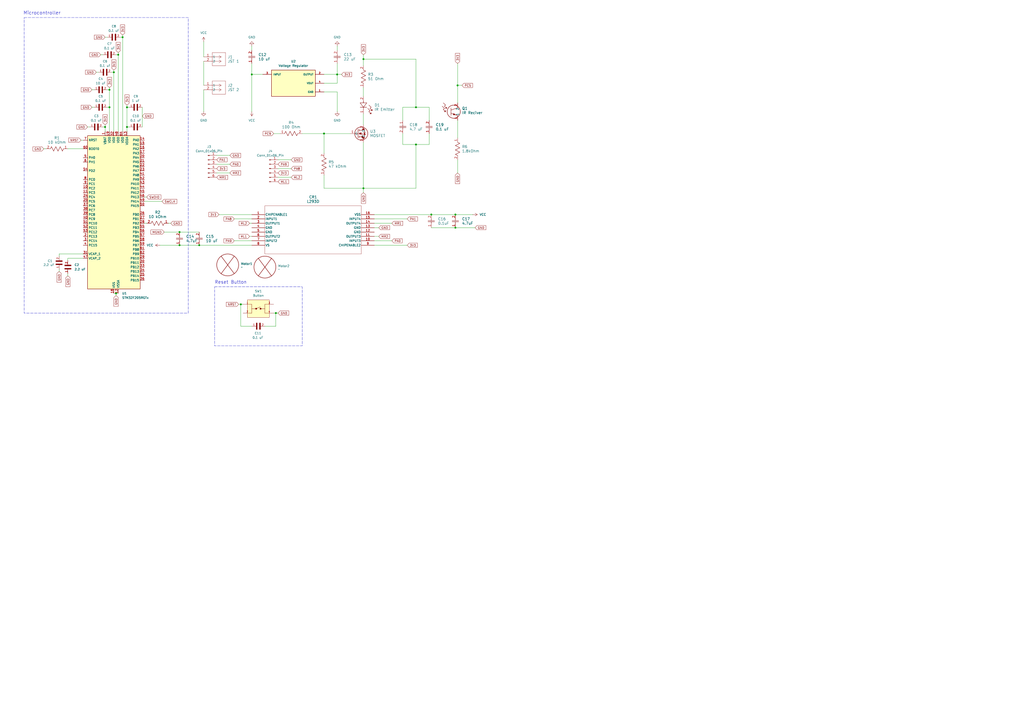
<source format=kicad_sch>
(kicad_sch (version 20231120) (generator "eeschema") (generator_version "8.0")
  (paper "A2")
  (lib_symbols
    (symbol "10uF_Capacitor_GRM188R61C106MAALD:GRM188R61C106MAALD" (pin_names (offset 1.016))
      (property "Reference" "C" (at 0 3.8109 0))
      (property "Value" "GRM188R61C106MAALD" (at 0 -5.0885 0))
      (symbol "GRM188R61C106MAALD_0_0"
        (pin passive line (at -2.54 0 0) (length 2.54) (name "~") (number "1"))
        (pin passive line (at 5.08 0 180) (length 2.54) (name "~") (number "2"))
      )
    )
    (symbol "51Ohm_Resistor:RK73B1JTTD510J" (pin_names (offset 0.254))
      (property "Reference" "R" (at 5.715 3.81 0))
      (property "Value" "RK73B1JTTD510J" (at 6.35 -3.81 0))
      (symbol "RK73B1JTTD510J_1_1"
        (pin unspecified line (at 0 0 0) (length 2.54) (name "") (number "1"))
        (pin unspecified line (at 12.7 0 180) (length 2.54) (name "") (number "2"))
      )
      (symbol "RK73B1JTTD510J_1_2"
        (pin unspecified line (at 0 12.7 270) (length 2.54) (name "") (number "1"))
        (pin unspecified line (at 0 0 90) (length 2.54) (name "") (number "2"))
      )
    )
    (symbol "Button_FSM4JSMA:FSM4JSMA" (pin_names (offset 1.016))
      (property "Reference" "SW" (at -7.6329 5.5975 0))
      (property "Value" "FSM4JSMA" (at -7.6341 -7.3796 0))
      (symbol "FSM4JSMA_0_0"
        (pin passive line (at -10.16 2.54 0) (length 5.08) (name "~") (number "1"))
        (pin passive line (at -10.16 -2.54 0) (length 5.08) (name "~") (number "2"))
        (pin passive line (at 7.62 2.54 180) (length 5.08) (name "~") (number "3"))
        (pin passive line (at 7.62 -2.54 180) (length 5.08) (name "~") (number "4"))
      )
    )
    (symbol "Capacitor 0.1uF:CL05B104KP5NNNC" (pin_names (offset 0.254))
      (property "Reference" "C" (at 3.81 3.81 0))
      (property "Value" "CL05B104KP5NNNC" (at 3.81 -3.81 0))
      (symbol "CL05B104KP5NNNC_1_1"
        (pin unspecified line (at 0 0 0) (length 2.54) (name "") (number "1"))
        (pin unspecified line (at 7.62 0 180) (length 2.54) (name "") (number "2"))
      )
    )
    (symbol "Capacitor 10 uF:GRM21BR61C106KE15L" (pin_names (offset 0.254))
      (property "Reference" "C" (at 3.81 3.81 0))
      (property "Value" "GRM21BR61C106KE15L" (at 3.81 -3.81 0))
      (symbol "GRM21BR61C106KE15L_1_1"
        (pin unspecified line (at 0 0 0) (length 2.54) (name "") (number "1"))
        (pin unspecified line (at 7.62 0 180) (length 2.54) (name "") (number "2"))
      )
      (symbol "GRM21BR61C106KE15L_1_2"
        (pin unspecified line (at 0 0 270) (length 2.54) (name "") (number "1"))
        (pin unspecified line (at 0 -7.62 90) (length 2.54) (name "") (number "2"))
      )
    )
    (symbol "Capacitor 22 uF:CL21A226KOQNNNE" (pin_names (offset 0.254))
      (property "Reference" "C" (at 3.81 3.81 0))
      (property "Value" "CL21A226KOQNNNE" (at 3.81 -3.81 0))
      (symbol "CL21A226KOQNNNE_1_1"
        (pin unspecified line (at 0 0 0) (length 2.54) (name "") (number "1"))
        (pin unspecified line (at 7.62 0 180) (length 2.54) (name "") (number "2"))
      )
      (symbol "CL21A226KOQNNNE_1_2"
        (pin unspecified line (at 0 0 270) (length 2.54) (name "") (number "1"))
        (pin unspecified line (at 0 -7.62 90) (length 2.54) (name "") (number "2"))
      )
    )
    (symbol "Capacitor 4.7uF:CL10A475KP8NNNC" (pin_names (offset 0.254))
      (property "Reference" "C" (at 3.81 3.81 0))
      (property "Value" "CL10A475KP8NNNC" (at 3.81 -3.81 0))
      (symbol "CL10A475KP8NNNC_1_1"
        (pin unspecified line (at 0 0 0) (length 2.54) (name "") (number "1"))
        (pin unspecified line (at 7.62 0 180) (length 2.54) (name "") (number "2"))
      )
    )
    (symbol "Connector:Conn_01x06_Pin" (pin_names (offset 1.016) hide)
      (property "Reference" "J" (at 0 7.62 0))
      (property "Value" "Conn_01x06_Pin" (at 0 -10.16 0))
      (symbol "Conn_01x06_Pin_1_1"
        (pin passive line (at 5.08 5.08 180) (length 3.81) (name "Pin_1") (number "1"))
        (pin passive line (at 5.08 2.54 180) (length 3.81) (name "Pin_2") (number "2"))
        (pin passive line (at 5.08 0 180) (length 3.81) (name "Pin_3") (number "3"))
        (pin passive line (at 5.08 -2.54 180) (length 3.81) (name "Pin_4") (number "4"))
        (pin passive line (at 5.08 -5.08 180) (length 3.81) (name "Pin_5") (number "5"))
        (pin passive line (at 5.08 -7.62 180) (length 3.81) (name "Pin_6") (number "6"))
      )
    )
    (symbol "H-Bridge:L293D" (pin_names (offset 0.254))
      (property "Reference" "CR" (at 35.56 10.16 0))
      (property "Value" "L293D" (at 35.56 7.62 0))
      (symbol "L293D_1_1"
        (pin output line (at 0 0 0) (length 7.62) (name "CHIPENABLE1") (number "1"))
        (pin input line (at 71.12 -15.24 180) (length 7.62) (name "INPUT3") (number "10"))
        (pin output line (at 71.12 -12.7 180) (length 7.62) (name "OUTPUT3") (number "11"))
        (pin power_out line (at 71.12 -10.16 180) (length 7.62) (name "GND") (number "12"))
        (pin power_out line (at 71.12 -7.62 180) (length 7.62) (name "GND") (number "13"))
        (pin output line (at 71.12 -5.08 180) (length 7.62) (name "OUTPUT4") (number "14"))
        (pin input line (at 71.12 -2.54 180) (length 7.62) (name "INPUT4") (number "15"))
        (pin power_in line (at 71.12 0 180) (length 7.62) (name "VSS") (number "16"))
        (pin input line (at 0 -2.54 0) (length 7.62) (name "INPUT1") (number "2"))
        (pin output line (at 0 -5.08 0) (length 7.62) (name "OUTPUT1") (number "3"))
        (pin power_out line (at 0 -7.62 0) (length 7.62) (name "GND") (number "4"))
        (pin power_out line (at 0 -10.16 0) (length 7.62) (name "GND") (number "5"))
        (pin output line (at 0 -12.7 0) (length 7.62) (name "OUTPUT2") (number "6"))
        (pin input line (at 0 -15.24 0) (length 7.62) (name "INPUT2") (number "7"))
        (pin power_in line (at 0 -17.78 0) (length 7.62) (name "VS") (number "8"))
        (pin output line (at 71.12 -17.78 180) (length 7.62) (name "CHIPENABLE2") (number "9"))
      )
    )
    (symbol "IR Emitter:INL-5AMIR15" (pin_names (offset 0.254))
      (property "Reference" "LED" (at 5.08 -4.445 0))
      (property "Value" "INL-5AMIR15" (at 5.08 -7.62 0))
      (symbol "INL-5AMIR15_1_1"
        (pin unspecified line (at 10.16 0 180) (length 2.54) (name "") (number "1"))
        (pin unspecified line (at 0 0 0) (length 2.54) (name "") (number "2"))
      )
      (symbol "INL-5AMIR15_1_2"
        (pin unspecified line (at 0 10.16 270) (length 2.54) (name "") (number "1"))
        (pin unspecified line (at 0 0 90) (length 2.54) (name "") (number "2"))
      )
    )
    (symbol "JST Connector:B2B-PH-K-S" (pin_names (offset 0.254))
      (property "Reference" "J" (at 8.89 6.35 0))
      (property "Value" "B2B-PH-K-S" (at 0 0 0))
      (symbol "B2B-PH-K-S_1_1"
        (pin unspecified line (at 0 0 0) (length 5.08) (name "1") (number "1"))
        (pin unspecified line (at 0 -2.54 0) (length 5.08) (name "2") (number "2"))
      )
      (symbol "B2B-PH-K-S_1_2"
        (pin unspecified line (at 0 0 0) (length 5.08) (name "1") (number "1"))
        (pin unspecified line (at 0 -2.54 0) (length 5.08) (name "2") (number "2"))
      )
    )
    (symbol "MCU_ST_STM32F2:STM32F205RGTx"
      (property "Reference" "U" (at -15.24 46.99 0))
      (property "Value" "STM32F205RGTx" (at 10.16 46.99 0))
      (symbol "STM32F205RGTx_1_1"
        (pin power_in line (at -5.08 48.26 270) (length 2.54) (name "VBAT") (number "1"))
        (pin bidirectional line (at -17.78 15.24 0) (length 2.54) (name "PC2") (number "10"))
        (pin bidirectional line (at -17.78 12.7 0) (length 2.54) (name "PC3") (number "11"))
        (pin power_in line (at 2.54 -45.72 90) (length 2.54) (name "VSSA") (number "12"))
        (pin power_in line (at 7.62 48.26 270) (length 2.54) (name "VDDA") (number "13"))
        (pin bidirectional line (at 17.78 43.18 180) (length 2.54) (name "PA0") (number "14"))
        (pin bidirectional line (at 17.78 40.64 180) (length 2.54) (name "PA1") (number "15"))
        (pin bidirectional line (at 17.78 38.1 180) (length 2.54) (name "PA2") (number "16"))
        (pin bidirectional line (at 17.78 35.56 180) (length 2.54) (name "PA3") (number "17"))
        (pin power_in line (at 0 -45.72 90) (length 2.54) (name "VSS") (number "18"))
        (pin power_in line (at -2.54 48.26 270) (length 2.54) (name "VDD") (number "19"))
        (pin bidirectional line (at -17.78 -12.7 0) (length 2.54) (name "PC13") (number "2"))
        (pin bidirectional line (at 17.78 33.02 180) (length 2.54) (name "PA4") (number "20"))
        (pin bidirectional line (at 17.78 30.48 180) (length 2.54) (name "PA5") (number "21"))
        (pin bidirectional line (at 17.78 27.94 180) (length 2.54) (name "PA6") (number "22"))
        (pin bidirectional line (at 17.78 25.4 180) (length 2.54) (name "PA7") (number "23"))
        (pin bidirectional line (at -17.78 10.16 0) (length 2.54) (name "PC4") (number "24"))
        (pin bidirectional line (at -17.78 7.62 0) (length 2.54) (name "PC5") (number "25"))
        (pin bidirectional line (at 17.78 0 180) (length 2.54) (name "PB0") (number "26"))
        (pin bidirectional line (at 17.78 -2.54 180) (length 2.54) (name "PB1") (number "27"))
        (pin bidirectional line (at 17.78 -5.08 180) (length 2.54) (name "PB2") (number "28"))
        (pin bidirectional line (at 17.78 -25.4 180) (length 2.54) (name "PB10") (number "29"))
        (pin bidirectional line (at -17.78 -15.24 0) (length 2.54) (name "PC14") (number "3"))
        (pin bidirectional line (at 17.78 -27.94 180) (length 2.54) (name "PB11") (number "30"))
        (pin power_out line (at -17.78 -22.86 0) (length 2.54) (name "VCAP_1") (number "31"))
        (pin power_in line (at 0 48.26 270) (length 2.54) (name "VDD") (number "32"))
        (pin bidirectional line (at 17.78 -30.48 180) (length 2.54) (name "PB12") (number "33"))
        (pin bidirectional line (at 17.78 -33.02 180) (length 2.54) (name "PB13") (number "34"))
        (pin bidirectional line (at 17.78 -35.56 180) (length 2.54) (name "PB14") (number "35"))
        (pin bidirectional line (at 17.78 -38.1 180) (length 2.54) (name "PB15") (number "36"))
        (pin bidirectional line (at -17.78 5.08 0) (length 2.54) (name "PC6") (number "37"))
        (pin bidirectional line (at -17.78 2.54 0) (length 2.54) (name "PC7") (number "38"))
        (pin bidirectional line (at -17.78 0 0) (length 2.54) (name "PC8") (number "39"))
        (pin bidirectional line (at -17.78 -17.78 0) (length 2.54) (name "PC15") (number "4"))
        (pin bidirectional line (at -17.78 -2.54 0) (length 2.54) (name "PC9") (number "40"))
        (pin bidirectional line (at 17.78 22.86 180) (length 2.54) (name "PA8") (number "41"))
        (pin bidirectional line (at 17.78 20.32 180) (length 2.54) (name "PA9") (number "42"))
        (pin bidirectional line (at 17.78 17.78 180) (length 2.54) (name "PA10") (number "43"))
        (pin bidirectional line (at 17.78 15.24 180) (length 2.54) (name "PA11") (number "44"))
        (pin bidirectional line (at 17.78 12.7 180) (length 2.54) (name "PA12") (number "45"))
        (pin bidirectional line (at 17.78 10.16 180) (length 2.54) (name "PA13") (number "46"))
        (pin power_out line (at -17.78 -25.4 0) (length 2.54) (name "VCAP_2") (number "47"))
        (pin power_in line (at 2.54 48.26 270) (length 2.54) (name "VDD") (number "48"))
        (pin bidirectional line (at 17.78 7.62 180) (length 2.54) (name "PA14") (number "49"))
        (pin bidirectional line (at -17.78 33.02 0) (length 2.54) (name "PH0") (number "5"))
        (pin bidirectional line (at 17.78 5.08 180) (length 2.54) (name "PA15") (number "50"))
        (pin bidirectional line (at -17.78 -5.08 0) (length 2.54) (name "PC10") (number "51"))
        (pin bidirectional line (at -17.78 -7.62 0) (length 2.54) (name "PC11") (number "52"))
        (pin bidirectional line (at -17.78 -10.16 0) (length 2.54) (name "PC12") (number "53"))
        (pin bidirectional line (at -17.78 25.4 0) (length 2.54) (name "PD2") (number "54"))
        (pin bidirectional line (at 17.78 -7.62 180) (length 2.54) (name "PB3") (number "55"))
        (pin bidirectional line (at 17.78 -10.16 180) (length 2.54) (name "PB4") (number "56"))
        (pin bidirectional line (at 17.78 -12.7 180) (length 2.54) (name "PB5") (number "57"))
        (pin bidirectional line (at 17.78 -15.24 180) (length 2.54) (name "PB6") (number "58"))
        (pin bidirectional line (at 17.78 -17.78 180) (length 2.54) (name "PB7") (number "59"))
        (pin bidirectional line (at -17.78 30.48 0) (length 2.54) (name "PH1") (number "6"))
        (pin input line (at -17.78 38.1 0) (length 2.54) (name "BOOT0") (number "60"))
        (pin bidirectional line (at 17.78 -20.32 180) (length 2.54) (name "PB8") (number "61"))
        (pin bidirectional line (at 17.78 -22.86 180) (length 2.54) (name "PB9") (number "62"))
        (pin passive line (at 0 -45.72 90) (length 2.54) hide (name "VSS") (number "63"))
        (pin power_in line (at 5.08 48.26 270) (length 2.54) (name "VDD") (number "64"))
        (pin input line (at -17.78 43.18 0) (length 2.54) (name "NRST") (number "7"))
        (pin bidirectional line (at -17.78 20.32 0) (length 2.54) (name "PC0") (number "8"))
        (pin bidirectional line (at -17.78 17.78 0) (length 2.54) (name "PC1") (number "9"))
      )
    )
    (symbol "MOSFET:BS170" (pin_names (offset 0.254))
      (property "Reference" "U" (at 11.43 1.905 0))
      (property "Value" "BS170" (at 11.43 -2.54 0))
      (symbol "BS170_0_1"
        (pin unspecified line (at 0 0 0) (length 2.54) (name "G") (number "1"))
        (pin unspecified line (at 7.62 5.08 270) (length 2.54) (name "D") (number "2"))
        (pin unspecified line (at 7.62 -5.08 90) (length 2.54) (name "S") (number "3"))
      )
    )
    (symbol "Motors:Pololu_Motor"
      (property "Reference" "Motor" (at 0 0 0))
    )
    (symbol "Phototransistor:SFH_313_FA-3_4" (pin_names (offset 0.254))
      (property "Reference" "Q" (at 2.54 -2.54 0))
      (property "Value" "SFH 313 FA-3/4" (at 2.54 -7.62 0))
      (symbol "SFH_313_FA-3_4_0_1"
        (pin unspecified line (at 0 -10.16 90) (length 2.54) (name "1") (number "1"))
        (pin unspecified line (at 0 0 270) (length 2.54) (name "2") (number "2"))
      )
    )
    (symbol "Resistor 1.8k Ohms:MRS16000C1801FCT00" (pin_names (offset 0.254))
      (property "Reference" "R" (at 5.715 3.81 0))
      (property "Value" "MRS16000C1801FCT00" (at 6.35 -3.81 0))
      (symbol "MRS16000C1801FCT00_1_1"
        (pin unspecified line (at 12.7 0 180) (length 2.54) (name "") (number "1"))
        (pin unspecified line (at 0 0 0) (length 2.54) (name "") (number "2"))
      )
      (symbol "MRS16000C1801FCT00_1_2"
        (pin unspecified line (at 0 12.7 270) (length 2.54) (name "") (number "1"))
        (pin unspecified line (at 0 0 90) (length 2.54) (name "") (number "2"))
      )
    )
    (symbol "Resistor 100 Ohms:MRS16000C4702FCT00" (pin_names (offset 0.254))
      (property "Reference" "R" (at 5.715 3.81 0))
      (property "Value" "MRS16000C4702FCT00" (at 6.35 -3.81 0))
      (symbol "MRS16000C4702FCT00_1_1"
        (pin unspecified line (at 12.7 0 180) (length 2.54) (name "") (number "1"))
        (pin unspecified line (at 0 0 0) (length 2.54) (name "") (number "2"))
      )
      (symbol "MRS16000C4702FCT00_1_2"
        (pin unspecified line (at 0 12.7 270) (length 2.54) (name "") (number "1"))
        (pin unspecified line (at 0 0 90) (length 2.54) (name "") (number "2"))
      )
    )
    (symbol "Resistor 47K ohms:MRS16000C4702FCT00" (pin_names (offset 0.254))
      (property "Reference" "R" (at 5.715 3.81 0))
      (property "Value" "MRS16000C4702FCT00" (at 6.35 -3.81 0))
      (symbol "MRS16000C4702FCT00_1_1"
        (pin unspecified line (at 12.7 0 180) (length 2.54) (name "") (number "1"))
        (pin unspecified line (at 0 0 0) (length 2.54) (name "") (number "2"))
      )
      (symbol "MRS16000C4702FCT00_1_2"
        (pin unspecified line (at 0 12.7 270) (length 2.54) (name "") (number "1"))
        (pin unspecified line (at 0 0 90) (length 2.54) (name "") (number "2"))
      )
    )
    (symbol "Resistor 51 Ohms:CMF5051R000FKEA" (pin_names (offset 0.254))
      (property "Reference" "R" (at 5.715 3.81 0))
      (property "Value" "CMF5051R000FKEA" (at 6.35 -3.81 0))
      (symbol "CMF5051R000FKEA_1_1"
        (pin unspecified line (at 0 0 0) (length 2.54) (name "") (number "1"))
        (pin unspecified line (at 12.7 0 180) (length 2.54) (name "") (number "2"))
      )
      (symbol "CMF5051R000FKEA_1_2"
        (pin unspecified line (at 0 12.7 270) (length 2.54) (name "") (number "1"))
        (pin unspecified line (at 0 0 90) (length 2.54) (name "") (number "2"))
      )
    )
    (symbol "Voltage_Regulator_AZ1117IH-3.3TRG1:AZ1117IH-3.3TRG1" (pin_names (offset 1.016))
      (property "Reference" "U" (at -12.7 8.128 0))
      (property "Value" "AZ1117IH-3.3TRG1" (at -12.7 -10.16 0))
      (symbol "AZ1117IH-3.3TRG1_0_0"
        (pin power_in line (at 17.78 -5.08 180) (length 5.08) (name "GND") (number "1"))
        (pin output line (at 17.78 5.08 180) (length 5.08) (name "OUTPUT") (number "2"))
        (pin input line (at -17.78 5.08 0) (length 5.08) (name "INPUT") (number "3"))
        (pin output line (at 17.78 0 180) (length 5.08) (name "VOUT") (number "4"))
      )
    )
    (symbol "power:GND" (power) (pin_numbers hide) (pin_names (offset 0) hide)
      (property "Value" "GND" (at 0 -3.81 0))
      (symbol "GND_1_1"
        (pin power_in line (at 0 0 270) (length 0) (name "~") (number "1"))
      )
    )
    (symbol "power:VCC" (power) (pin_numbers hide) (pin_names (offset 0) hide)
      (property "Value" "VCC" (at 0 3.556 0))
      (symbol "VCC_1_1"
        (pin power_in line (at 0 0 90) (length 0) (name "~") (number "1"))
      )
    )
  )
  (junction (at 264.16 124.46))
  (junction (at 210.82 34.29))
  (junction (at 195.58 43.18))
  (junction (at 241.3 62.23))
  (junction (at 67.31 170.18))
  (junction (at 104.14 134.62))
  (junction (at 241.3 83.82))
  (junction (at 66.04 41.91))
  (junction (at 71.12 21.59))
  (junction (at 73.66 62.23))
  (junction (at 250.19 124.46))
  (junction (at 104.14 142.24))
  (junction (at 63.5 62.23))
  (junction (at 139.7 176.53))
  (junction (at 73.66 73.66))
  (junction (at 265.43 49.53))
  (junction (at 146.05 43.18))
  (junction (at 68.58 31.75))
  (junction (at 160.02 181.61))
  (junction (at 115.57 142.24))
  (junction (at 264.16 132.08))
  (junction (at 187.96 77.47))
  (junction (at 60.96 73.66))
  (junction (at 63.5 52.07))
  (junction (at 210.82 109.22))
  (wire (pts (xy 248.92 77.47) (xy 248.92 83.82)))
  (wire (pts (xy 46.99 81.28) (xy 48.26 81.28)))
  (wire (pts (xy 146.05 36.83) (xy 146.05 43.18)))
  (wire (pts (xy 195.58 26.67) (xy 195.58 29.21)))
  (wire (pts (xy 63.5 52.07) (xy 63.5 62.23)))
  (wire (pts (xy 71.12 20.32) (xy 71.12 21.59)))
  (wire (pts (xy 25.4 86.36) (xy 26.67 86.36)))
  (wire (pts (xy 219.71 137.16) (xy 217.17 137.16)))
  (wire (pts (xy 265.43 69.85) (xy 265.43 80.01)))
  (wire (pts (xy 95.25 134.62) (xy 104.14 134.62)))
  (wire (pts (xy 195.58 64.77) (xy 195.58 53.34)))
  (wire (pts (xy 195.58 43.18) (xy 195.58 48.26)))
  (wire (pts (xy 104.14 142.24) (xy 115.57 142.24)))
  (wire (pts (xy 127 124.46) (xy 146.05 124.46)))
  (wire (pts (xy 195.58 53.34) (xy 187.96 53.34)))
  (wire (pts (xy 233.68 77.47) (xy 233.68 83.82)))
  (wire (pts (xy 62.23 52.07) (xy 63.5 52.07)))
  (wire (pts (xy 39.37 86.36) (xy 48.26 86.36)))
  (wire (pts (xy 139.7 189.23) (xy 146.05 189.23)))
  (wire (pts (xy 133.35 90.17) (xy 125.73 90.17)))
  (wire (pts (xy 264.16 132.08) (xy 275.59 132.08)))
  (wire (pts (xy 158.75 77.47) (xy 162.56 77.47)))
  (wire (pts (xy 68.58 30.48) (xy 68.58 31.75)))
  (wire (pts (xy 118.11 64.77) (xy 118.11 52.07)))
  (wire (pts (xy 139.7 176.53) (xy 139.7 189.23)))
  (wire (pts (xy 210.82 55.88) (xy 210.82 50.8)))
  (wire (pts (xy 60.96 73.66) (xy 60.96 76.2)))
  (wire (pts (xy 160.02 181.61) (xy 158.75 181.61)))
  (wire (pts (xy 34.29 147.32) (xy 34.29 148.59)))
  (wire (pts (xy 227.33 139.7) (xy 217.17 139.7)))
  (wire (pts (xy 138.43 176.53) (xy 139.7 176.53)))
  (wire (pts (xy 83.82 129.54) (xy 85.09 129.54)))
  (wire (pts (xy 248.92 62.23) (xy 241.3 62.23)))
  (wire (pts (xy 69.85 21.59) (xy 71.12 21.59)))
  (wire (pts (xy 118.11 35.56) (xy 118.11 49.53)))
  (wire (pts (xy 115.57 142.24) (xy 146.05 142.24)))
  (wire (pts (xy 168.91 102.87) (xy 161.29 102.87)))
  (wire (pts (xy 265.43 36.83) (xy 265.43 49.53)))
  (wire (pts (xy 73.66 62.23) (xy 74.93 62.23)))
  (wire (pts (xy 187.96 77.47) (xy 187.96 88.9)))
  (wire (pts (xy 227.33 129.54) (xy 217.17 129.54)))
  (wire (pts (xy 195.58 36.83) (xy 195.58 43.18)))
  (wire (pts (xy 53.34 62.23) (xy 54.61 62.23)))
  (wire (pts (xy 135.89 127) (xy 146.05 127)))
  (wire (pts (xy 265.43 49.53) (xy 265.43 59.69)))
  (wire (pts (xy 39.37 158.75) (xy 39.37 160.02)))
  (wire (pts (xy 233.68 62.23) (xy 233.68 69.85)))
  (wire (pts (xy 68.58 31.75) (xy 68.58 76.2)))
  (wire (pts (xy 160.02 189.23) (xy 160.02 181.61)))
  (wire (pts (xy 210.82 34.29) (xy 210.82 38.1)))
  (wire (pts (xy 146.05 29.21) (xy 146.05 26.67)))
  (wire (pts (xy 144.78 137.16) (xy 146.05 137.16)))
  (wire (pts (xy 92.71 142.24) (xy 104.14 142.24)))
  (wire (pts (xy 144.78 129.54) (xy 146.05 129.54)))
  (wire (pts (xy 265.43 92.71) (xy 265.43 100.33)))
  (wire (pts (xy 153.67 189.23) (xy 160.02 189.23)))
  (wire (pts (xy 210.82 111.76) (xy 210.82 109.22)))
  (wire (pts (xy 73.66 62.23) (xy 73.66 73.66)))
  (wire (pts (xy 83.82 116.84) (xy 93.98 116.84)))
  (wire (pts (xy 250.19 124.46) (xy 264.16 124.46)))
  (wire (pts (xy 118.11 24.13) (xy 118.11 33.02)))
  (wire (pts (xy 241.3 83.82) (xy 241.3 109.22)))
  (wire (pts (xy 264.16 124.46) (xy 274.32 124.46)))
  (wire (pts (xy 67.31 170.18) (xy 67.31 171.45)))
  (wire (pts (xy 60.96 21.59) (xy 62.23 21.59)))
  (wire (pts (xy 104.14 134.62) (xy 115.57 134.62)))
  (wire (pts (xy 63.5 50.8) (xy 63.5 52.07)))
  (wire (pts (xy 195.58 48.26) (xy 187.96 48.26)))
  (wire (pts (xy 64.77 41.91) (xy 66.04 41.91)))
  (wire (pts (xy 146.05 43.18) (xy 152.4 43.18)))
  (wire (pts (xy 210.82 82.55) (xy 210.82 109.22)))
  (wire (pts (xy 241.3 62.23) (xy 233.68 62.23)))
  (wire (pts (xy 210.82 31.75) (xy 210.82 34.29)))
  (wire (pts (xy 133.35 100.33) (xy 125.73 100.33)))
  (wire (pts (xy 241.3 62.23) (xy 241.3 34.29)))
  (wire (pts (xy 97.79 129.54) (xy 99.06 129.54)))
  (wire (pts (xy 265.43 49.53) (xy 267.97 49.53)))
  (wire (pts (xy 236.22 142.24) (xy 217.17 142.24)))
  (wire (pts (xy 210.82 66.04) (xy 210.82 72.39)))
  (wire (pts (xy 187.96 43.18) (xy 195.58 43.18)))
  (wire (pts (xy 146.05 43.18) (xy 146.05 64.77)))
  (wire (pts (xy 241.3 34.29) (xy 210.82 34.29)))
  (wire (pts (xy 60.96 72.39) (xy 60.96 73.66)))
  (wire (pts (xy 55.88 41.91) (xy 57.15 41.91)))
  (wire (pts (xy 62.23 62.23) (xy 63.5 62.23)))
  (wire (pts (xy 135.89 139.7) (xy 146.05 139.7)))
  (wire (pts (xy 66.04 170.18) (xy 67.31 170.18)))
  (wire (pts (xy 168.91 92.71) (xy 161.29 92.71)))
  (wire (pts (xy 53.34 52.07) (xy 54.61 52.07)))
  (wire (pts (xy 71.12 21.59) (xy 71.12 76.2)))
  (wire (pts (xy 82.55 62.23) (xy 82.55 73.66)))
  (wire (pts (xy 133.35 95.25) (xy 125.73 95.25)))
  (wire (pts (xy 39.37 149.86) (xy 39.37 151.13)))
  (wire (pts (xy 250.19 132.08) (xy 264.16 132.08)))
  (wire (pts (xy 233.68 83.82) (xy 241.3 83.82)))
  (wire (pts (xy 187.96 77.47) (xy 203.2 77.47)))
  (wire (pts (xy 59.69 73.66) (xy 60.96 73.66)))
  (wire (pts (xy 187.96 109.22) (xy 210.82 109.22)))
  (wire (pts (xy 139.7 176.53) (xy 140.97 176.53)))
  (wire (pts (xy 67.31 31.75) (xy 68.58 31.75)))
  (wire (pts (xy 248.92 69.85) (xy 248.92 62.23)))
  (wire (pts (xy 83.82 114.3) (xy 85.09 114.3)))
  (wire (pts (xy 168.91 97.79) (xy 161.29 97.79)))
  (wire (pts (xy 63.5 62.23) (xy 63.5 76.2)))
  (wire (pts (xy 58.42 31.75) (xy 59.69 31.75)))
  (wire (pts (xy 73.66 73.66) (xy 74.93 73.66)))
  (wire (pts (xy 210.82 109.22) (xy 241.3 109.22)))
  (wire (pts (xy 217.17 124.46) (xy 250.19 124.46)))
  (wire (pts (xy 50.8 73.66) (xy 52.07 73.66)))
  (wire (pts (xy 48.26 147.32) (xy 34.29 147.32)))
  (wire (pts (xy 175.26 77.47) (xy 187.96 77.47)))
  (wire (pts (xy 66.04 40.64) (xy 66.04 41.91)))
  (wire (pts (xy 160.02 181.61) (xy 161.29 181.61)))
  (wire (pts (xy 198.12 43.18) (xy 195.58 43.18)))
  (wire (pts (xy 187.96 101.6) (xy 187.96 109.22)))
  (wire (pts (xy 34.29 156.21) (xy 34.29 157.48)))
  (wire (pts (xy 73.66 60.96) (xy 73.66 62.23)))
  (wire (pts (xy 67.31 170.18) (xy 68.58 170.18)))
  (wire (pts (xy 241.3 83.82) (xy 248.92 83.82)))
  (wire (pts (xy 236.22 127) (xy 217.17 127)))
  (wire (pts (xy 219.71 132.08) (xy 217.17 132.08)))
  (wire (pts (xy 48.26 149.86) (xy 39.37 149.86)))
  (wire (pts (xy 66.04 41.91) (xy 66.04 76.2)))
  (wire (pts (xy 73.66 73.66) (xy 73.66 76.2)))
  (rectangle (start 124.46 166.37) (end 175.26 200.66) (stroke (width 0) (type dash)))
  (rectangle (start 13.97 10.16) (end 109.22 181.61) (stroke (width 0) (type dash)))
  (text "Reset Button\n" (at 133.858 163.83 0) (effects (font (size 1.905 1.905))))
  (text "Microcontroller\n" (at 24.384 7.62 0) (effects (font (size 1.905 1.905))))
  (global_label "MGND" (shape input) (at 95.25 134.62 180) (property "Intersheetrefs" "${INTERSHEET_REFS}" (effects (hide yes))))
  (global_label "3V3" (shape input) (at 73.66 60.96 90) (property "Intersheetrefs" "${INTERSHEET_REFS}" (effects (hide yes))))
  (global_label "GND" (shape input) (at 265.43 100.33 270) (property "Intersheetrefs" "${INTERSHEET_REFS}" (effects (hide yes))))
  (global_label "PA0" (shape input) (at 133.35 95.25 0) (property "Intersheetrefs" "${INTERSHEET_REFS}" (effects (hide yes))))
  (global_label "PA0" (shape input) (at 227.33 139.7 0) (property "Intersheetrefs" "${INTERSHEET_REFS}" (effects (hide yes))))
  (global_label "NRST" (shape input) (at 46.99 81.28 180) (property "Intersheetrefs" "${INTERSHEET_REFS}" (effects (hide yes))))
  (global_label "PA9" (shape input) (at 161.29 95.25 0) (property "Intersheetrefs" "${INTERSHEET_REFS}" (effects (hide yes))))
  (global_label "MR2" (shape input) (at 219.71 137.16 0) (property "Intersheetrefs" "${INTERSHEET_REFS}" (effects (hide yes))))
  (global_label "GND" (shape input) (at 55.88 41.91 180) (property "Intersheetrefs" "${INTERSHEET_REFS}" (effects (hide yes))))
  (global_label "GND" (shape input) (at 275.59 132.08 0) (property "Intersheetrefs" "${INTERSHEET_REFS}" (effects (hide yes))))
  (global_label "PA8" (shape input) (at 135.89 127 180) (property "Intersheetrefs" "${INTERSHEET_REFS}" (effects (hide yes))))
  (global_label "GND" (shape input) (at 161.29 181.61 0) (property "Intersheetrefs" "${INTERSHEET_REFS}" (effects (hide yes))))
  (global_label "3V3" (shape input) (at 68.58 30.48 90) (property "Intersheetrefs" "${INTERSHEET_REFS}" (effects (hide yes))))
  (global_label "3V3" (shape input) (at 265.43 36.83 90) (property "Intersheetrefs" "${INTERSHEET_REFS}" (effects (hide yes))))
  (global_label "GND" (shape input) (at 60.96 21.59 180) (property "Intersheetrefs" "${INTERSHEET_REFS}" (effects (hide yes))))
  (global_label "3V3" (shape input) (at 210.82 31.75 90) (property "Intersheetrefs" "${INTERSHEET_REFS}" (effects (hide yes))))
  (global_label "PA1" (shape input) (at 125.73 92.71 0) (property "Intersheetrefs" "${INTERSHEET_REFS}" (effects (hide yes))))
  (global_label "3V3" (shape input) (at 60.96 72.39 90) (property "Intersheetrefs" "${INTERSHEET_REFS}" (effects (hide yes))))
  (global_label "ML1" (shape input) (at 144.78 137.16 180) (property "Intersheetrefs" "${INTERSHEET_REFS}" (effects (hide yes))))
  (global_label "GND" (shape input) (at 58.42 31.75 180) (property "Intersheetrefs" "${INTERSHEET_REFS}" (effects (hide yes))))
  (global_label "3V3" (shape input) (at 66.04 40.64 90) (property "Intersheetrefs" "${INTERSHEET_REFS}" (effects (hide yes))))
  (global_label "ML2" (shape input) (at 144.78 129.54 180) (property "Intersheetrefs" "${INTERSHEET_REFS}" (effects (hide yes))))
  (global_label "3V3" (shape input) (at 127 124.46 180) (property "Intersheetrefs" "${INTERSHEET_REFS}" (effects (hide yes))))
  (global_label "MR1" (shape input) (at 227.33 129.54 0) (property "Intersheetrefs" "${INTERSHEET_REFS}" (effects (hide yes))))
  (global_label "GND" (shape input) (at 219.71 132.08 0) (property "Intersheetrefs" "${INTERSHEET_REFS}" (effects (hide yes))))
  (global_label "GND" (shape input) (at 67.31 171.45 270) (property "Intersheetrefs" "${INTERSHEET_REFS}" (effects (hide yes))))
  (global_label "GND" (shape input) (at 34.29 157.48 270) (property "Intersheetrefs" "${INTERSHEET_REFS}" (effects (hide yes))))
  (global_label "SWCLK" (shape input) (at 93.98 116.84 0) (property "Intersheetrefs" "${INTERSHEET_REFS}" (effects (hide yes))))
  (global_label "GND" (shape input) (at 53.34 62.23 180) (property "Intersheetrefs" "${INTERSHEET_REFS}" (effects (hide yes))))
  (global_label "MR2" (shape input) (at 133.35 100.33 0) (property "Intersheetrefs" "${INTERSHEET_REFS}" (effects (hide yes))))
  (global_label "PC9" (shape input) (at 158.75 77.47 180) (property "Intersheetrefs" "${INTERSHEET_REFS}" (effects (hide yes))))
  (global_label "MR1" (shape input) (at 125.73 102.87 0) (property "Intersheetrefs" "${INTERSHEET_REFS}" (effects (hide yes))))
  (global_label "PA8" (shape input) (at 168.91 97.79 0) (property "Intersheetrefs" "${INTERSHEET_REFS}" (effects (hide yes))))
  (global_label "3V3" (shape input) (at 161.29 100.33 0) (property "Intersheetrefs" "${INTERSHEET_REFS}" (effects (hide yes))))
  (global_label "ML2" (shape input) (at 168.91 102.87 0) (property "Intersheetrefs" "${INTERSHEET_REFS}" (effects (hide yes))))
  (global_label "3V3" (shape input) (at 63.5 50.8 90) (property "Intersheetrefs" "${INTERSHEET_REFS}" (effects (hide yes))))
  (global_label "GND" (shape input) (at 39.37 160.02 270) (property "Intersheetrefs" "${INTERSHEET_REFS}" (effects (hide yes))))
  (global_label "GND" (shape input) (at 99.06 129.54 0) (property "Intersheetrefs" "${INTERSHEET_REFS}" (effects (hide yes))))
  (global_label "3V3" (shape input) (at 125.73 97.79 0) (property "Intersheetrefs" "${INTERSHEET_REFS}" (effects (hide yes))))
  (global_label "GND" (shape input) (at 210.82 111.76 270) (property "Intersheetrefs" "${INTERSHEET_REFS}" (effects (hide yes))))
  (global_label "PC5" (shape input) (at 267.97 49.53 0) (property "Intersheetrefs" "${INTERSHEET_REFS}" (effects (hide yes))))
  (global_label "GND" (shape input) (at 168.91 92.71 0) (property "Intersheetrefs" "${INTERSHEET_REFS}" (effects (hide yes))))
  (global_label "NRST" (shape input) (at 138.43 176.53 180) (property "Intersheetrefs" "${INTERSHEET_REFS}" (effects (hide yes))))
  (global_label "GND" (shape input) (at 53.34 52.07 180) (property "Intersheetrefs" "${INTERSHEET_REFS}" (effects (hide yes))))
  (global_label "PA9" (shape input) (at 135.89 139.7 180) (property "Intersheetrefs" "${INTERSHEET_REFS}" (effects (hide yes))))
  (global_label "3V3" (shape input) (at 71.12 20.32 90) (property "Intersheetrefs" "${INTERSHEET_REFS}" (effects (hide yes))))
  (global_label "GND" (shape input) (at 133.35 90.17 0) (property "Intersheetrefs" "${INTERSHEET_REFS}" (effects (hide yes))))
  (global_label "GND" (shape input) (at 82.55 67.31 0) (property "Intersheetrefs" "${INTERSHEET_REFS}" (effects (hide yes))))
  (global_label "GND" (shape input) (at 25.4 86.36 180) (property "Intersheetrefs" "${INTERSHEET_REFS}" (effects (hide yes))))
  (global_label "ML1" (shape input) (at 161.29 105.41 0) (property "Intersheetrefs" "${INTERSHEET_REFS}" (effects (hide yes))))
  (global_label "3V3" (shape input) (at 198.12 43.18 0) (property "Intersheetrefs" "${INTERSHEET_REFS}" (effects (hide yes))))
  (global_label "GND" (shape input) (at 50.8 73.66 180) (property "Intersheetrefs" "${INTERSHEET_REFS}" (effects (hide yes))))
  (global_label "PA1" (shape input) (at 236.22 127 0) (property "Intersheetrefs" "${INTERSHEET_REFS}" (effects (hide yes))))
  (global_label "3V3" (shape input) (at 236.22 142.24 0) (property "Intersheetrefs" "${INTERSHEET_REFS}" (effects (hide yes))))
  (global_label "SWDIO" (shape input) (at 85.09 114.3 0) (property "Intersheetrefs" "${INTERSHEET_REFS}" (effects (hide yes))))
  (symbol (lib_id "10uF_Capacitor_GRM188R61C106MAALD:GRM188R61C106MAALD") (at 57.15 62.23 0) (unit 1)
    (property "Reference" "C5" (at 58.42 55.88 0))
    (property "Value" "0.1 uF" (at 58.42 58.42 0))
    (property "Footprint" "Capacitor 0.1uF:CAP_CL05_SAM" (effects (hide yes)))
  )
  (symbol (lib_id "10uF_Capacitor_GRM188R61C106MAALD:GRM188R61C106MAALD") (at 57.15 52.07 0) (unit 1)
    (property "Reference" "C4" (at 58.42 45.72 0))
    (property "Value" "10 uF" (at 58.42 48.26 0))
    (property "Footprint" "Capacitor 10uF:G-21_MUR" (effects (hide yes)))
  )
  (symbol (lib_id "Capacitor 10 uF:GRM21BR61C106KE15L") (at 146.05 36.83 90) (unit 1)
    (property "Reference" "C12" (at 149.86 31.7499 90) (effects (font (size 1.524 1.524)) (justify right)))
    (property "Value" "10 uF" (at 149.86 34.2899 90) (effects (font (size 1.524 1.524)) (justify right)))
    (property "Footprint" "Capacitor 10uF:G-21_MUR" (effects (hide yes)))
    (property "Datasheet" "GRM21BR61C106KE15L" (effects (hide yes)))
  )
  (symbol (lib_id "Resistor 1.8k Ohms:MRS16000C1801FCT00") (at 265.43 92.71 90) (unit 1)
    (property "Reference" "R6" (at 267.97 85.0899 90) (effects (font (size 1.524 1.524)) (justify right)))
    (property "Value" "1.8kOhm" (at 267.97 87.6299 90) (effects (font (size 1.524 1.524)) (justify right)))
    (property "Footprint" "Resistor 1.8k:RES_MRS16_VIS" (effects (hide yes)))
    (property "Datasheet" "MRS16000C1801FCT00" (effects (hide yes)))
  )
  (symbol (lib_id "JST Connector:B2B-PH-K-S") (at 118.11 33.02 0) (unit 1)
    (property "Reference" "J1" (at 132.08 33.0199 0) (effects (font (size 1.524 1.524)) (justify left)))
    (property "Value" "JST 1" (at 132.08 35.5599 0) (effects (font (size 1.524 1.524)) (justify left)))
    (property "Footprint" "JST Connector:CONN2_B2B-PH-K-S_JST" (effects (hide yes)))
    (property "Datasheet" "B2B-PH-K-S" (effects (hide yes)))
  )
  (symbol (lib_id "Resistor 100 Ohms:MRS16000C4702FCT00") (at 175.26 77.47 180) (unit 1)
    (property "Reference" "R4" (at 168.91 71.12 0) (effects (font (size 1.524 1.524))))
    (property "Value" "100 Ohm" (at 168.91 73.66 0) (effects (font (size 1.524 1.524))))
    (property "Footprint" "Resistor 100 Ohms:RES_MRS16_VIS" (effects (hide yes)))
    (property "Datasheet" "MRS16000C4702FCT00" (effects (hide yes)))
  )
  (symbol (lib_id "Capacitor 0.1uF:CL05B104KP5NNNC") (at 248.92 77.47 90) (unit 1)
    (property "Reference" "C19" (at 252.73 72.3899 90) (effects (font (size 1.524 1.524)) (justify right)))
    (property "Value" "0.1 uF" (at 252.73 74.9299 90) (effects (font (size 1.524 1.524)) (justify right)))
    (property "Footprint" "Capacitor 0.1uF:CAP_CL05_SAM" (effects (hide yes)))
    (property "Datasheet" "CL05B104KP5NNNC" (effects (hide yes)))
  )
  (symbol (lib_id "Motors:Pololu_Motor") (at 153.67 162.56 0) (unit 1)
    (property "Reference" "Motor2" (at 161.29 154.3049 0) (effects (justify left)))
    (property "Value" "~" (at 161.29 156.21 0) (effects (justify left)))
    (property "Footprint" "Motors:Vybronics_VZ30C1T8219732L" (effects (hide yes)))
  )
  (symbol (lib_id "Capacitor 4.7uF:CL10A475KP8NNNC") (at 264.16 132.08 90) (unit 1)
    (property "Reference" "C17" (at 267.97 126.9999 90) (effects (font (size 1.524 1.524)) (justify right)))
    (property "Value" "4.7uF" (at 267.97 129.5399 90) (effects (font (size 1.524 1.524)) (justify right)))
    (property "Footprint" "Capacitor 4.7uF:CAP_CL05_SAM" (effects (hide yes)))
    (property "Datasheet" "CL10A475KP8NNNC" (effects (hide yes)))
  )
  (symbol (lib_id "Resistor 47K ohms:MRS16000C4702FCT00") (at 187.96 88.9 270) (unit 1)
    (property "Reference" "R5" (at 190.5 93.9799 90) (effects (font (size 1.524 1.524)) (justify left)))
    (property "Value" "47 kOhm" (at 190.5 96.5199 90) (effects (font (size 1.524 1.524)) (justify left)))
    (property "Footprint" "Resistor 47K ohms:RES_MRS16_VIS" (effects (hide yes)))
    (property "Datasheet" "MRS16000C4702FCT00" (effects (hide yes)))
  )
  (symbol (lib_id "H-Bridge:L293D") (at 146.05 124.46 0) (unit 1)
    (property "Reference" "CR1" (at 181.61 114.3 0) (effects (font (size 1.524 1.524))))
    (property "Value" "L293D" (at 181.61 116.84 0) (effects (font (size 1.524 1.524))))
    (property "Footprint" "H-Bridge:PowerDIP-16_STM" (effects (hide yes)))
    (property "Datasheet" "L293D" (effects (hide yes)))
  )
  (symbol (lib_id "Connector:Conn_01x06_Pin") (at 120.65 95.25 0) (unit 1)
    (property "Reference" "J3" (at 121.285 85.09 0))
    (property "Value" "Conn_01x06_Pin" (at 121.285 87.63 0))
    (property "Footprint" "Connector_PinHeader_2.54mm:PinHeader_1x06_P2.54mm_Vertical" (effects (hide yes)))
    (property "Description" "Generic connector, single row, 01x06, script generated" (effects (hide yes)))
  )
  (symbol (lib_id "Capacitor 10 uF:GRM21BR61C106KE15L") (at 115.57 142.24 90) (unit 1)
    (property "Reference" "C15" (at 119.38 137.1599 90) (effects (font (size 1.524 1.524)) (justify right)))
    (property "Value" "10 uF" (at 119.38 139.6999 90) (effects (font (size 1.524 1.524)) (justify right)))
    (property "Footprint" "Capacitor 10uF:G-21_MUR" (effects (hide yes)))
    (property "Datasheet" "GRM21BR61C106KE15L" (effects (hide yes)))
  )
  (symbol (lib_id "51Ohm_Resistor:RK73B1JTTD510J") (at 39.37 86.36 180) (unit 1)
    (property "Reference" "R1" (at 33.02 80.01 0) (effects (font (size 1.524 1.524))))
    (property "Value" "10 kOhm" (at 33.02 82.55 0) (effects (font (size 1.524 1.524))))
    (property "Footprint" "Resistor 10k:RESC0603X26N" (effects (hide yes)))
    (property "Datasheet" "RK73B1JTTD510J" (effects (hide yes)))
  )
  (symbol (lib_id "10uF_Capacitor_GRM188R61C106MAALD:GRM188R61C106MAALD") (at 34.29 153.67 90) (unit 1)
    (property "Reference" "C1" (at 27.686 151.384 90) (effects (justify right)))
    (property "Value" "2.2 uF" (at 25.146 153.67 90) (effects (justify right)))
    (property "Footprint" "Capacitor 22uF:CAP_CL_21_SAM" (effects (hide yes)))
  )
  (symbol (lib_id "10uF_Capacitor_GRM188R61C106MAALD:GRM188R61C106MAALD") (at 54.61 73.66 0) (unit 1)
    (property "Reference" "C3" (at 55.88 67.31 0))
    (property "Value" "0.1 uF" (at 55.88 69.85 0))
    (property "Footprint" "Capacitor 10uF:G-21_MUR" (effects (hide yes)))
  )
  (symbol (lib_id "10uF_Capacitor_GRM188R61C106MAALD:GRM188R61C106MAALD") (at 77.47 62.23 0) (unit 1)
    (property "Reference" "C9" (at 78.74 55.88 0))
    (property "Value" "1 uF" (at 78.74 58.42 0))
    (property "Footprint" "Capacitor 1uF:CAP_CL03_SAM" (effects (hide yes)))
  )
  (symbol (lib_id "power:GND") (at 195.58 26.67 180) (unit 1)
    (property "Reference" "#PWR0102" (effects (hide yes)))
    (property "Value" "GND" (at 195.58 21.59 0))
    (property "Description" "Power symbol creates a global label with name \"GND\" , ground" (effects (hide yes)))
  )
  (symbol (lib_id "Motors:Pololu_Motor") (at 132.08 161.29 0) (unit 1)
    (property "Reference" "Motor1" (at 139.7 153.0349 0) (effects (justify left)))
    (property "Value" "~" (at 139.7 154.94 0) (effects (justify left)))
    (property "Footprint" "Motors:Vybronics_VZ30C1T8219732L" (effects (hide yes)))
  )
  (symbol (lib_id "power:GND") (at 118.11 64.77 0) (unit 1)
    (property "Reference" "#PWR0107" (effects (hide yes)))
    (property "Value" "GND" (at 118.11 69.85 0))
    (property "Description" "Power symbol creates a global label with name \"GND\" , ground" (effects (hide yes)))
  )
  (symbol (lib_id "power:VCC") (at 92.71 142.24 90) (unit 1)
    (property "Reference" "#PWR0108" (effects (hide yes)))
    (property "Value" "VCC" (at 88.9 142.2401 90) (effects (justify left)))
    (property "Description" "Power symbol creates a global label with name \"VCC\"" (effects (hide yes)))
  )
  (symbol (lib_id "Capacitor 0.1uF:CL05B104KP5NNNC") (at 250.19 132.08 90) (unit 1)
    (property "Reference" "C16" (at 254 126.9999 90) (effects (font (size 1.524 1.524)) (justify right)))
    (property "Value" "0.1uF" (at 254 129.5399 90) (effects (font (size 1.524 1.524)) (justify right)))
    (property "Footprint" "Capacitor 0.1uF:CAP_CL05_SAM" (effects (hide yes)))
    (property "Datasheet" "CL05B104KP5NNNC" (effects (hide yes)))
  )
  (symbol (lib_id "Connector:Conn_01x06_Pin") (at 156.21 97.79 0) (unit 1)
    (property "Reference" "J4" (at 156.845 87.63 0))
    (property "Value" "Conn_01x06_Pin" (at 156.845 90.17 0))
    (property "Footprint" "Connector_PinHeader_2.54mm:PinHeader_1x06_P2.54mm_Vertical" (effects (hide yes)))
    (property "Description" "Generic connector, single row, 01x06, script generated" (effects (hide yes)))
  )
  (symbol (lib_id "Capacitor 4.7uF:CL10A475KP8NNNC") (at 233.68 69.85 270) (unit 1)
    (property "Reference" "C18" (at 237.49 72.3899 90) (effects (font (size 1.524 1.524)) (justify left)))
    (property "Value" "4.7 uF" (at 237.49 74.9299 90) (effects (font (size 1.524 1.524)) (justify left)))
    (property "Footprint" "Capacitor 4.7uF:CAP_CL05_SAM" (effects (hide yes)))
    (property "Datasheet" "CL10A475KP8NNNC" (effects (hide yes)))
  )
  (symbol (lib_id "JST Connector:B2B-PH-K-S") (at 118.11 49.53 0) (unit 1)
    (property "Reference" "J2" (at 132.08 49.5299 0) (effects (font (size 1.524 1.524)) (justify left)))
    (property "Value" "JST 2" (at 132.08 52.0699 0) (effects (font (size 1.524 1.524)) (justify left)))
    (property "Footprint" "JST Connector:CONN2_B2B-PH-K-S_JST" (effects (hide yes)))
    (property "Datasheet" "B2B-PH-K-S" (effects (hide yes)))
  )
  (symbol (lib_id "Resistor 51 Ohms:CMF5051R000FKEA") (at 210.82 50.8 90) (unit 1)
    (property "Reference" "R3" (at 213.36 43.1799 90) (effects (font (size 1.524 1.524)) (justify right)))
    (property "Value" "51 Ohm" (at 213.36 45.7199 90) (effects (font (size 1.524 1.524)) (justify right)))
    (property "Footprint" "Resistor 51 Ohms:RES_CMF50_VIS" (effects (hide yes)))
    (property "Datasheet" "CMF5051R000FKEA" (effects (hide yes)))
  )
  (symbol (lib_id "10uF_Capacitor_GRM188R61C106MAALD:GRM188R61C106MAALD") (at 39.37 156.21 90) (unit 1)
    (property "Reference" "C2" (at 43.18 153.6699 90) (effects (justify right)))
    (property "Value" "2.2 uF" (at 43.18 156.2099 90) (effects (justify right)))
    (property "Footprint" "Capacitor 22uF:CAP_CL_21_SAM" (effects (hide yes)))
  )
  (symbol (lib_id "IR Emitter:INL-5AMIR15") (at 210.82 55.88 270) (unit 1)
    (property "Reference" "D1" (at 217.17 60.9599 90) (effects (font (size 1.524 1.524)) (justify left)))
    (property "Value" "IR Emitter" (at 217.17 63.4999 90) (effects (font (size 1.524 1.524)) (justify left)))
    (property "Footprint" "IR Emitter:LED_INL-5AMIR15_INO" (effects (hide yes)))
    (property "Datasheet" "INL-5AMIR15" (effects (hide yes)))
  )
  (symbol (lib_id "MOSFET:BS170") (at 203.2 77.47 0) (unit 1)
    (property "Reference" "U3" (at 214.63 76.1999 0) (effects (font (size 1.524 1.524)) (justify left)))
    (property "Value" "MOSFET" (at 214.63 78.7399 0) (effects (font (size 1.524 1.524)) (justify left)))
    (property "Footprint" "Connector_PinHeader_2.54mm:PinHeader_1x06_P2.54mm_Horizontal" (effects (hide yes)))
    (property "Datasheet" "BS170" (effects (hide yes)))
  )
  (symbol (lib_id "Button_FSM4JSMA:FSM4JSMA") (at 151.13 179.07 0) (unit 1)
    (property "Reference" "SW1" (at 149.86 168.91 0))
    (property "Value" "Button" (at 149.86 171.45 0))
    (property "Footprint" "Button:SW4_FSM4JSMA_TEC" (effects (hide yes)))
    (property "PARTREV" "V" (effects (hide yes)))
    (property "STANDARD" "Manufacturers  recommendations" (effects (hide yes)))
    (property "MANUFACTURER" "TE Connectivity / Alcoswitch" (effects (hide yes)))
  )
  (symbol (lib_id "Phototransistor:SFH_313_FA-3_4") (at 265.43 59.69 0) (unit 1)
    (property "Reference" "Q1" (at 267.97 62.8776 0) (effects (font (size 1.524 1.524)) (justify left)))
    (property "Value" "IR Reciver" (at 267.97 65.4176 0) (effects (font (size 1.524 1.524)) (justify left)))
    (property "Footprint" "Phototransistor:SFH 313 FA-3&slash_4_OSR" (effects (hide yes)))
    (property "Datasheet" "SFH 313 FA-3/4" (effects (hide yes)))
  )
  (symbol (lib_id "power:GND") (at 195.58 64.77 0) (unit 1)
    (property "Reference" "#PWR0101" (effects (hide yes)))
    (property "Value" "GND" (at 195.58 69.85 0))
    (property "Description" "Power symbol creates a global label with name \"GND\" , ground" (effects (hide yes)))
  )
  (symbol (lib_id "10uF_Capacitor_GRM188R61C106MAALD:GRM188R61C106MAALD") (at 59.69 41.91 0) (unit 1)
    (property "Reference" "C6" (at 60.96 35.56 0))
    (property "Value" "0.1 uF" (at 60.96 38.1 0))
    (property "Footprint" "Capacitor 0.1uF:CAP_CL05_SAM" (effects (hide yes)))
  )
  (symbol (lib_id "MCU_ST_STM32F2:STM32F205RGTx") (at 66.04 124.46 0) (unit 1)
    (property "Reference" "U1" (at 70.7741 170.18 0) (effects (justify left)))
    (property "Value" "STM32F205RGTx" (at 70.7741 172.72 0) (effects (justify left)))
    (property "Footprint" "Package_QFP:LQFP-64_10x10mm_P0.5mm" (effects (hide yes)))
    (property "Datasheet" "https://www.st.com/resource/en/datasheet/stm32f205rg.pdf" (effects (hide yes)))
    (property "Description" "STMicroelectronics Arm Cortex-M3 MCU, 1024KB flash, 128KB RAM, 120 MHz, 1.8-3.6V, 51 GPIO, LQFP64" (effects (hide yes)))
  )
  (symbol (lib_id "power:VCC") (at 118.11 24.13 0) (unit 1)
    (property "Reference" "#PWR0106" (effects (hide yes)))
    (property "Value" "VCC" (at 118.11 19.05 0))
    (property "Description" "Power symbol creates a global label with name \"VCC\"" (effects (hide yes)))
  )
  (symbol (lib_id "10uF_Capacitor_GRM188R61C106MAALD:GRM188R61C106MAALD") (at 62.23 31.75 0) (unit 1)
    (property "Reference" "C7" (at 63.5 25.4 0))
    (property "Value" "0.1 uF" (at 63.5 27.94 0))
    (property "Footprint" "Capacitor 0.1uF:CAP_CL05_SAM" (effects (hide yes)))
  )
  (symbol (lib_id "power:GND") (at 146.05 26.67 180) (unit 1)
    (property "Reference" "#PWR0105" (effects (hide yes)))
    (property "Value" "GND" (at 146.05 21.59 0))
    (property "Description" "Power symbol creates a global label with name \"GND\" , ground" (effects (hide yes)))
  )
  (symbol (lib_id "51Ohm_Resistor:RK73B1JTTD510J") (at 97.79 129.54 180) (unit 1)
    (property "Reference" "R2" (at 91.44 123.19 0) (effects (font (size 1.524 1.524))))
    (property "Value" "10 kOhm" (at 91.44 125.73 0) (effects (font (size 1.524 1.524))))
    (property "Footprint" "Resistor 10k:RESC0603X26N" (effects (hide yes)))
    (property "Datasheet" "RK73B1JTTD510J" (effects (hide yes)))
  )
  (symbol (lib_id "10uF_Capacitor_GRM188R61C106MAALD:GRM188R61C106MAALD") (at 77.47 73.66 0) (unit 1)
    (property "Reference" "C10" (at 78.74 67.31 0))
    (property "Value" "0.1 uF" (at 78.74 69.85 0))
    (property "Footprint" "Capacitor 0.1uF:CAP_CL05_SAM" (effects (hide yes)))
  )
  (symbol (lib_id "power:VCC") (at 146.05 64.77 180) (unit 1)
    (property "Reference" "#PWR0104" (effects (hide yes)))
    (property "Value" "VCC" (at 146.05 69.85 0))
    (property "Description" "Power symbol creates a global label with name \"VCC\"" (effects (hide yes)))
  )
  (symbol (lib_id "power:VCC") (at 274.32 124.46 270) (unit 1)
    (property "Reference" "#PWR0103" (effects (hide yes)))
    (property "Value" "VCC" (at 278.13 124.4599 90) (effects (justify left)))
    (property "Description" "Power symbol creates a global label with name \"VCC\"" (effects (hide yes)))
  )
  (symbol (lib_id "Voltage_Regulator_AZ1117IH-3.3TRG1:AZ1117IH-3.3TRG1") (at 170.18 48.26 0) (unit 1)
    (property "Reference" "U2" (at 170.18 35.56 0))
    (property "Value" "Voltage Regulator" (at 170.18 38.1 0))
    (property "Footprint" "Votlage Regulator:SOT230P700X185-4N" (effects (hide yes)))
    (property "MF" "Diodes Inc." (effects (hide yes)))
    (property "SNAPEDA_PACKAGE_ID" "6532" (effects (hide yes)))
    (property "MAXIMUM_PACKAGE_HEIGHT" "1.85 mm" (effects (hide yes)))
    (property "Price" "None" (effects (hide yes)))
    (property "Package" "SOT-223 Diodes Inc." (effects (hide yes)))
    (property "Check_prices" "https://www.snapeda.com/parts/AZ1117IH-3.3TRG1/Diodes+Inc./view-part/?ref=eda" (effects (hide yes)))
    (property "STANDARD" "IPC 7351B" (effects (hide yes)))
    (property "PARTREV" "2-2" (effects (hide yes)))
    (property "SnapEDA_Link" "https://www.snapeda.com/parts/AZ1117IH-3.3TRG1/Diodes+Inc./view-part/?ref=snap" (effects (hide yes)))
    (property "MP" "AZ1117IH-3.3TRG1" (effects (hide yes)))
    (property "Description_1" "\n                        \n                            Linear Voltage Regulator IC Positive Fixed 1 Output  1A SOT-223-3\n                        \n" (effects (hide yes)))
    (property "MANUFACTURER" "Diodes Inc." (effects (hide yes)))
    (property "Availability" "In Stock" (effects (hide yes)))
    (property "SNAPEDA_PN" "AZ1117IH-3.3TRG1" (effects (hide yes)))
  )
  (symbol (lib_id "Capacitor 4.7uF:CL10A475KP8NNNC") (at 104.14 142.24 90) (unit 1)
    (property "Reference" "C14" (at 107.95 137.1599 90) (effects (font (size 1.524 1.524)) (justify right)))
    (property "Value" "4.7uF" (at 107.95 139.6999 90) (effects (font (size 1.524 1.524)) (justify right)))
    (property "Footprint" "Capacitor 4.7uF:CAP_CL05_SAM" (effects (hide yes)))
    (property "Datasheet" "CL10A475KP8NNNC" (effects (hide yes)))
  )
  (symbol (lib_id "Capacitor 22 uF:CL21A226KOQNNNE") (at 195.58 36.83 90) (unit 1)
    (property "Reference" "C13" (at 199.39 31.7499 90) (effects (font (size 1.524 1.524)) (justify right)))
    (property "Value" "22 uF" (at 199.39 34.2899 90) (effects (font (size 1.524 1.524)) (justify right)))
    (property "Footprint" "Capacitor 22uF:CAP_CL_21_SAM" (effects (hide yes)))
    (property "Datasheet" "CL21A226KOQNNNE" (effects (hide yes)))
  )
  (symbol (lib_id "10uF_Capacitor_GRM188R61C106MAALD:GRM188R61C106MAALD") (at 64.77 21.59 0) (unit 1)
    (property "Reference" "C8" (at 66.04 15.24 0))
    (property "Value" "0.1 uF" (at 66.04 17.78 0))
    (property "Footprint" "Capacitor 0.1uF:CAP_CL05_SAM" (effects (hide yes)))
  )
  (symbol (lib_id "10uF_Capacitor_GRM188R61C106MAALD:GRM188R61C106MAALD") (at 148.59 189.23 0) (unit 1)
    (property "Reference" "C11" (at 149.606 193.294 0))
    (property "Value" "0.1 uF" (at 149.606 195.834 0))
    (property "Footprint" "Capacitor 0.1uF:CAP_CL05_SAM" (effects (hide yes)))
  )
)
</source>
